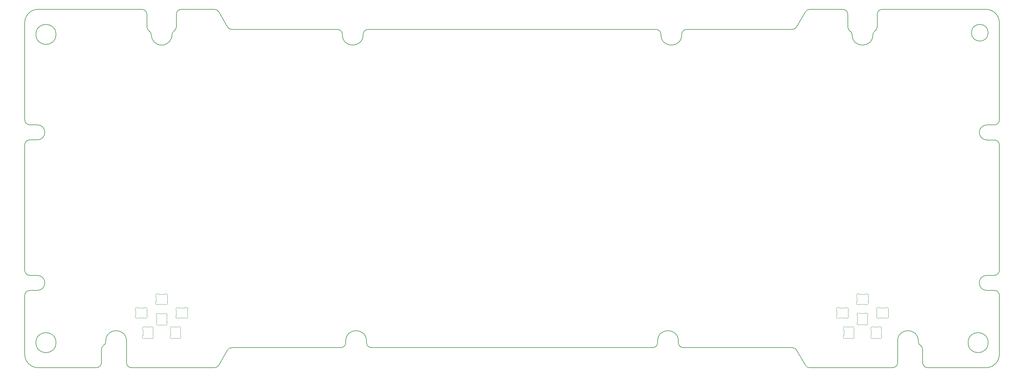
<source format=gbr>
%TF.GenerationSoftware,KiCad,Pcbnew,(7.0.0-0)*%
%TF.CreationDate,2023-06-03T23:25:33-07:00*%
%TF.ProjectId,popstar_plateless,706f7073-7461-4725-9f70-6c6174656c65,rev?*%
%TF.SameCoordinates,Original*%
%TF.FileFunction,Profile,NP*%
%FSLAX46Y46*%
G04 Gerber Fmt 4.6, Leading zero omitted, Abs format (unit mm)*
G04 Created by KiCad (PCBNEW (7.0.0-0)) date 2023-06-03 23:25:33*
%MOMM*%
%LPD*%
G01*
G04 APERTURE LIST*
%TA.AperFunction,Profile*%
%ADD10C,0.200000*%
%TD*%
%TA.AperFunction,Profile*%
%ADD11C,0.100000*%
%TD*%
G04 APERTURE END LIST*
D10*
X28924798Y-128974999D02*
G75*
G03*
X32924812Y-132975002I4000002J-1D01*
G01*
X318825000Y-105349963D02*
X316574998Y-105349963D01*
X123403919Y-126974917D02*
G75*
G03*
X124903917Y-125474897I-19J1500017D01*
G01*
X90847411Y-126974930D02*
G75*
G03*
X89548374Y-127724939I-11J-1499970D01*
G01*
X274999742Y-27275065D02*
X274999742Y-31020284D01*
X285299740Y-25775042D02*
G75*
G03*
X283799742Y-27275052I60J-1500058D01*
G01*
X66753451Y-33384437D02*
G75*
G03*
X72953449Y-33384435I3099999J-3D01*
G01*
X52552527Y-126272722D02*
G75*
G03*
X53156102Y-125175004I-696427J1097722D01*
G01*
X218145540Y-125474791D02*
X218145539Y-125000581D01*
X224345519Y-125474780D02*
G75*
G03*
X225845541Y-126974781I1499981J-20D01*
G01*
X283799742Y-27275052D02*
X283799742Y-31020285D01*
X225349994Y-33274982D02*
X225349994Y-33384519D01*
X53156102Y-125000470D02*
X53156102Y-125175004D01*
X63953442Y-25774971D02*
X32924868Y-25775007D01*
X320325085Y-29775018D02*
G75*
G03*
X316325044Y-25775015I-4000085J-82D01*
G01*
X123899518Y-33274984D02*
G75*
G03*
X122399506Y-31774982I-1500018J-16D01*
G01*
X259701350Y-127724734D02*
G75*
G03*
X258402301Y-126974743I-1298950J-749866D01*
G01*
X276299652Y-33384604D02*
G75*
G03*
X282499748Y-33384598I3100048J4D01*
G01*
X123899506Y-33384508D02*
X123899506Y-33274984D01*
X32674821Y-105349957D02*
X30424824Y-105349957D01*
X28924927Y-58824273D02*
G75*
G03*
X30424853Y-60324273I1499973J-27D01*
G01*
X296093323Y-125000628D02*
G75*
G03*
X289893323Y-125000628I-3100000J-2D01*
G01*
X318824995Y-109849963D02*
X316574998Y-109849963D01*
X273499740Y-25775065D02*
X263598031Y-25775077D01*
X73557015Y-32286711D02*
G75*
G03*
X72953449Y-33384435I696385J-1097689D01*
G01*
X258402301Y-126974743D02*
X225845541Y-126974781D01*
X320325025Y-66352623D02*
X320325000Y-103849964D01*
X30424819Y-109849959D02*
G75*
G03*
X28924819Y-111349956I1J-1500001D01*
G01*
X86950231Y-26524978D02*
G75*
G03*
X85651248Y-25774945I-1299031J-749922D01*
G01*
X219150018Y-33274982D02*
G75*
G03*
X217649984Y-31774982I-1499918J82D01*
G01*
X316575017Y-60352578D02*
G75*
G03*
X316575017Y-64852622I-17J-2250022D01*
G01*
X320324995Y-111349964D02*
X320324983Y-128974673D01*
X316970259Y-125475761D02*
G75*
G03*
X316970259Y-125475761I-3000004J0D01*
G01*
X263598031Y-25775117D02*
G75*
G03*
X262298993Y-26525080I-31J-1499983D01*
G01*
X320325049Y-29775018D02*
X320325030Y-58852623D01*
X263598465Y-132974732D02*
X288393325Y-132974703D01*
X219149984Y-33274982D02*
X219149984Y-33384525D01*
X51856098Y-131474982D02*
X51856098Y-127539325D01*
X318825030Y-60352630D02*
G75*
G03*
X320325030Y-58852623I-130J1500130D01*
G01*
X131103916Y-125474893D02*
X131103915Y-125000682D01*
X318825000Y-105350000D02*
G75*
G03*
X320325000Y-103849964I0J1500000D01*
G01*
X30424848Y-64824248D02*
G75*
G03*
X28924848Y-66324272I52J-1500052D01*
G01*
X298893320Y-132974691D02*
X316324988Y-132974670D01*
X86950288Y-26524945D02*
X89548385Y-31024983D01*
X38274727Y-33275696D02*
G75*
G03*
X38274727Y-33275696I-3000004J0D01*
G01*
X276299759Y-33384604D02*
G75*
G03*
X275696171Y-32286883I-1300159J-96D01*
G01*
X283103329Y-32286901D02*
G75*
G03*
X282499748Y-33384598I696371J-1097699D01*
G01*
X318825030Y-60352622D02*
X316575017Y-60352622D01*
X89548375Y-31024989D02*
G75*
G03*
X90847424Y-31774983I1299025J749989D01*
G01*
X32674851Y-64824267D02*
G75*
G03*
X32674851Y-60324273I-1J2249997D01*
G01*
X258401949Y-31774946D02*
G75*
G03*
X259700988Y-31024979I51J1499946D01*
G01*
X30424819Y-109849957D02*
X32674821Y-109849957D01*
X65453409Y-31020117D02*
G75*
G03*
X66149872Y-32286716I1499991J17D01*
G01*
X216645541Y-126974792D02*
X132603918Y-126974890D01*
X30424848Y-64824273D02*
X32674851Y-64824273D01*
X320325078Y-66352623D02*
G75*
G03*
X318825025Y-64852622I-1500078J-77D01*
G01*
X59356102Y-125000470D02*
G75*
G03*
X53156102Y-125000470I-3100000J-2D01*
G01*
X123899494Y-33384508D02*
G75*
G03*
X130099506Y-33384509I3100006J8D01*
G01*
X316575017Y-64852622D02*
X318825025Y-64852622D01*
X130099506Y-33274990D02*
X130099506Y-33384509D01*
X28924824Y-103849956D02*
X28924848Y-66324272D01*
X59356131Y-131474969D02*
G75*
G03*
X60856104Y-132974969I1499969J-31D01*
G01*
X90847424Y-31774983D02*
X122399506Y-31774982D01*
X316574998Y-105350037D02*
G75*
G03*
X316574998Y-109849963I2J-2249963D01*
G01*
X32924868Y-25775013D02*
G75*
G03*
X28924873Y-29775004I2J-3999997D01*
G01*
X131103910Y-125474893D02*
G75*
G03*
X132603918Y-126974890I1499990J-7D01*
G01*
X89548374Y-127724939D02*
X86950298Y-132224940D01*
X74253444Y-27274957D02*
X74253444Y-31020118D01*
X259700989Y-31024979D02*
X262298993Y-26525080D01*
X66753393Y-33384437D02*
G75*
G03*
X66149872Y-32286717I-1299993J37D01*
G01*
X316324988Y-132974583D02*
G75*
G03*
X320324983Y-128974673I12J3999983D01*
G01*
X28924807Y-128974999D02*
X28924819Y-111349956D01*
X131103885Y-125000682D02*
G75*
G03*
X124903915Y-125000701I-3099985J-18D01*
G01*
X296093323Y-125175036D02*
X296093323Y-125000628D01*
X289893323Y-125000628D02*
X289893323Y-131474703D01*
X262299409Y-132224745D02*
G75*
G03*
X263598465Y-132974732I1298991J749945D01*
G01*
X28924853Y-58824273D02*
X28924873Y-29775004D01*
X283103334Y-32286909D02*
G75*
G03*
X283799742Y-31020285I-803634J1266609D01*
G01*
X32924812Y-132975002D02*
X50356100Y-132974982D01*
X224345539Y-125000585D02*
X224345539Y-125474780D01*
X124903915Y-125000701D02*
X124903917Y-125474897D01*
X219150006Y-33384525D02*
G75*
G03*
X225349994Y-33384519I3099994J25D01*
G01*
X38274698Y-125475696D02*
G75*
G03*
X38274698Y-125475696I-2999996J0D01*
G01*
X296093328Y-125175036D02*
G75*
G03*
X296696892Y-126272754I1300072J36D01*
G01*
X226849994Y-31774894D02*
G75*
G03*
X225349994Y-33274982I6J-1500006D01*
G01*
X274999735Y-27275065D02*
G75*
G03*
X273499740Y-25775065I-1500035J-35D01*
G01*
X65453444Y-27274971D02*
X65453444Y-31020117D01*
X226849994Y-31774982D02*
X258401949Y-31774982D01*
X28924843Y-103849956D02*
G75*
G03*
X30424824Y-105349957I1499957J-44D01*
G01*
X274999737Y-31020284D02*
G75*
G03*
X275696171Y-32286882I1499963J-16D01*
G01*
X73557021Y-32286720D02*
G75*
G03*
X74253444Y-31020118I-803621J1266620D01*
G01*
X85651248Y-25774945D02*
X75753442Y-25774957D01*
X131599505Y-31775006D02*
G75*
G03*
X130099506Y-33274990I-5J-1499994D01*
G01*
X297393309Y-131474691D02*
G75*
G03*
X298893320Y-132974691I1499991J-9D01*
G01*
X316970277Y-32775762D02*
G75*
G03*
X316970277Y-32775762I-2500000J0D01*
G01*
X60856104Y-132974969D02*
X85651261Y-132974940D01*
X75753442Y-25775044D02*
G75*
G03*
X74253444Y-27274957I-42J-1499956D01*
G01*
X52552517Y-126272706D02*
G75*
G03*
X51856098Y-127539325I803583J-1266594D01*
G01*
X123403919Y-126974901D02*
X90847411Y-126974939D01*
X32674851Y-60324273D02*
X30424853Y-60324273D01*
X224345461Y-125000585D02*
G75*
G03*
X218145539Y-125000581I-3099961J-15D01*
G01*
X320325037Y-111349964D02*
G75*
G03*
X318824995Y-109849963I-1499937J64D01*
G01*
X297393312Y-127539351D02*
G75*
G03*
X296696892Y-126272755I-1499912J51D01*
G01*
X262299427Y-132224735D02*
X259701339Y-127724740D01*
X50356100Y-132974998D02*
G75*
G03*
X51856098Y-131474982I0J1499998D01*
G01*
X85651261Y-132974885D02*
G75*
G03*
X86950298Y-132224940I39J1499985D01*
G01*
X59356102Y-131474969D02*
X59356102Y-125000470D01*
X65453429Y-27274971D02*
G75*
G03*
X63953442Y-25774971I-1500029J-29D01*
G01*
X32674821Y-109849963D02*
G75*
G03*
X32674821Y-105349957I-1J2250003D01*
G01*
X217649984Y-31774982D02*
X131599505Y-31774982D01*
X288393325Y-132974623D02*
G75*
G03*
X289893323Y-131474703I-25J1500023D01*
G01*
X297393319Y-127539351D02*
X297393319Y-131474691D01*
X216645541Y-126974840D02*
G75*
G03*
X218145540Y-125474791I-41J1500040D01*
G01*
X316325044Y-25775015D02*
X285299740Y-25775052D01*
D11*
%TO.C,D12*%
X281099999Y-111797157D02*
X281099999Y-113202841D01*
X280194452Y-113999999D02*
X278605548Y-113999999D01*
X278605548Y-111000000D02*
X280194453Y-111000000D01*
X277700001Y-113202841D02*
X277700001Y-111797157D01*
X281100000Y-113202841D02*
G75*
G03*
X281149485Y-113419719I499989J-2D01*
G01*
X280446711Y-114068298D02*
G75*
G03*
X281149483Y-113419718I252259J431700D01*
G01*
X281149484Y-111580279D02*
G75*
G03*
X281099999Y-111797156I450505J-216876D01*
G01*
X281149484Y-111580279D02*
G75*
G03*
X280446711Y-110931701I-450514J216878D01*
G01*
X280194453Y-111000000D02*
G75*
G03*
X280446711Y-110931701I-3J500009D01*
G01*
X280446711Y-114068298D02*
G75*
G03*
X280194452Y-113999999I-252261J-431710D01*
G01*
X278353289Y-110931700D02*
G75*
G03*
X278605547Y-110999999I252261J431710D01*
G01*
X278605548Y-114000000D02*
G75*
G03*
X278353290Y-114068298I2J-500010D01*
G01*
X277650520Y-113419721D02*
G75*
G03*
X278353289Y-114068296I450510J-216879D01*
G01*
X277650516Y-113419719D02*
G75*
G03*
X277700001Y-113202842I-450866J216959D01*
G01*
X278353289Y-110931700D02*
G75*
G03*
X277650516Y-111580279I-252259J-431700D01*
G01*
X277699989Y-111797157D02*
G75*
G03*
X277650515Y-111580279I-500289J-43D01*
G01*
%TO.C,D1*%
X71549999Y-111797157D02*
X71549999Y-113202841D01*
X70644452Y-113999999D02*
X69055548Y-113999999D01*
X69055548Y-111000000D02*
X70644453Y-111000000D01*
X68150001Y-113202841D02*
X68150001Y-111797157D01*
X71550000Y-113202841D02*
G75*
G03*
X71599485Y-113419719I499989J-2D01*
G01*
X70896711Y-114068298D02*
G75*
G03*
X71599483Y-113419718I252259J431700D01*
G01*
X71599484Y-111580279D02*
G75*
G03*
X71549999Y-111797156I450505J-216876D01*
G01*
X71599484Y-111580279D02*
G75*
G03*
X70896711Y-110931701I-450514J216878D01*
G01*
X70644453Y-111000000D02*
G75*
G03*
X70896711Y-110931701I-3J500009D01*
G01*
X70896711Y-114068298D02*
G75*
G03*
X70644452Y-113999999I-252261J-431710D01*
G01*
X68803289Y-110931700D02*
G75*
G03*
X69055547Y-110999999I252261J431710D01*
G01*
X69055548Y-114000000D02*
G75*
G03*
X68803290Y-114068298I2J-500010D01*
G01*
X68100520Y-113419721D02*
G75*
G03*
X68803289Y-114068296I450510J-216879D01*
G01*
X68100516Y-113419719D02*
G75*
G03*
X68150001Y-113202842I-450866J216959D01*
G01*
X68803289Y-110931700D02*
G75*
G03*
X68100516Y-111580279I-252259J-431700D01*
G01*
X68149989Y-111797157D02*
G75*
G03*
X68100515Y-111580279I-500289J-43D01*
G01*
%TO.C,D2*%
X65449999Y-115897157D02*
X65449999Y-117302841D01*
X64544452Y-118099999D02*
X62955548Y-118099999D01*
X62955548Y-115100000D02*
X64544453Y-115100000D01*
X62050001Y-117302841D02*
X62050001Y-115897157D01*
X65450000Y-117302841D02*
G75*
G03*
X65499485Y-117519719I499989J-2D01*
G01*
X64796711Y-118168298D02*
G75*
G03*
X65499483Y-117519718I252259J431700D01*
G01*
X65499484Y-115680279D02*
G75*
G03*
X65449999Y-115897156I450505J-216876D01*
G01*
X65499484Y-115680279D02*
G75*
G03*
X64796711Y-115031701I-450514J216878D01*
G01*
X64544453Y-115100000D02*
G75*
G03*
X64796711Y-115031701I-3J500009D01*
G01*
X64796711Y-118168298D02*
G75*
G03*
X64544452Y-118099999I-252261J-431710D01*
G01*
X62703289Y-115031700D02*
G75*
G03*
X62955547Y-115099999I252261J431710D01*
G01*
X62955548Y-118100000D02*
G75*
G03*
X62703290Y-118168298I2J-500010D01*
G01*
X62000520Y-117519721D02*
G75*
G03*
X62703289Y-118168296I450510J-216879D01*
G01*
X62000516Y-117519719D02*
G75*
G03*
X62050001Y-117302842I-450866J216959D01*
G01*
X62703289Y-115031700D02*
G75*
G03*
X62000516Y-115680279I-252259J-431700D01*
G01*
X62049989Y-115897157D02*
G75*
G03*
X62000515Y-115680279I-500289J-43D01*
G01*
%TO.C,D4*%
X74702843Y-124199999D02*
X73297159Y-124199999D01*
X72500001Y-123294452D02*
X72500001Y-121705548D01*
X75500000Y-121705548D02*
X75500000Y-123294453D01*
X73297159Y-120800001D02*
X74702843Y-120800001D01*
X73297159Y-124200000D02*
G75*
G03*
X73080281Y-124249485I-2J-499989D01*
G01*
X72431702Y-123546711D02*
G75*
G03*
X73080282Y-124249483I431700J-252259D01*
G01*
X74919721Y-124249484D02*
G75*
G03*
X74702844Y-124199999I-216876J-450505D01*
G01*
X74919721Y-124249484D02*
G75*
G03*
X75568299Y-123546711I216878J450514D01*
G01*
X75500000Y-123294453D02*
G75*
G03*
X75568299Y-123546711I500009J3D01*
G01*
X72431702Y-123546711D02*
G75*
G03*
X72500001Y-123294452I-431710J252261D01*
G01*
X75568300Y-121453289D02*
G75*
G03*
X75500001Y-121705547I431710J-252261D01*
G01*
X72500000Y-121705548D02*
G75*
G03*
X72431702Y-121453290I-500010J-2D01*
G01*
X73080279Y-120750520D02*
G75*
G03*
X72431704Y-121453289I-216879J-450510D01*
G01*
X73080281Y-120750516D02*
G75*
G03*
X73297158Y-120800001I216959J450866D01*
G01*
X75568300Y-121453289D02*
G75*
G03*
X74919721Y-120750516I-431700J252259D01*
G01*
X74702843Y-120799989D02*
G75*
G03*
X74919721Y-120750515I-43J500289D01*
G01*
%TO.C,D5*%
X74200001Y-117302843D02*
X74200001Y-115897159D01*
X75105548Y-115100001D02*
X76694452Y-115100001D01*
X76694452Y-118100000D02*
X75105547Y-118100000D01*
X77599999Y-115897159D02*
X77599999Y-117302843D01*
X74200000Y-115897159D02*
G75*
G03*
X74150515Y-115680281I-499989J2D01*
G01*
X74853289Y-115031702D02*
G75*
G03*
X74150517Y-115680282I-252259J-431700D01*
G01*
X74150516Y-117519721D02*
G75*
G03*
X74200001Y-117302844I-450505J216876D01*
G01*
X74150516Y-117519721D02*
G75*
G03*
X74853289Y-118168299I450514J-216878D01*
G01*
X75105547Y-118100000D02*
G75*
G03*
X74853289Y-118168299I3J-500009D01*
G01*
X74853289Y-115031702D02*
G75*
G03*
X75105548Y-115100001I252261J431710D01*
G01*
X76946711Y-118168300D02*
G75*
G03*
X76694453Y-118100001I-252261J-431710D01*
G01*
X76694452Y-115100000D02*
G75*
G03*
X76946710Y-115031702I-2J500010D01*
G01*
X77649480Y-115680279D02*
G75*
G03*
X76946711Y-115031704I-450510J216879D01*
G01*
X77649484Y-115680281D02*
G75*
G03*
X77599999Y-115897158I450866J-216959D01*
G01*
X76946711Y-118168300D02*
G75*
G03*
X77649484Y-117519721I252259J431700D01*
G01*
X77600011Y-117302843D02*
G75*
G03*
X77649485Y-117519721I500289J43D01*
G01*
%TO.C,D8*%
X274597157Y-120800001D02*
X276002841Y-120800001D01*
X276799999Y-121705548D02*
X276799999Y-123294452D01*
X273800000Y-123294452D02*
X273800000Y-121705547D01*
X276002841Y-124199999D02*
X274597157Y-124199999D01*
X276002841Y-120800000D02*
G75*
G03*
X276219719Y-120750515I2J499989D01*
G01*
X276868298Y-121453289D02*
G75*
G03*
X276219718Y-120750517I-431700J252259D01*
G01*
X274380279Y-120750516D02*
G75*
G03*
X274597156Y-120800001I216876J450505D01*
G01*
X274380279Y-120750516D02*
G75*
G03*
X273731701Y-121453289I-216878J-450514D01*
G01*
X273800000Y-121705547D02*
G75*
G03*
X273731701Y-121453289I-500009J-3D01*
G01*
X276868298Y-121453289D02*
G75*
G03*
X276799999Y-121705548I431710J-252261D01*
G01*
X273731700Y-123546711D02*
G75*
G03*
X273799999Y-123294453I-431710J252261D01*
G01*
X276800000Y-123294452D02*
G75*
G03*
X276868298Y-123546710I500010J2D01*
G01*
X276219721Y-124249480D02*
G75*
G03*
X276868296Y-123546711I216879J450510D01*
G01*
X276219719Y-124249484D02*
G75*
G03*
X276002842Y-124199999I-216959J-450866D01*
G01*
X273731700Y-123546711D02*
G75*
G03*
X274380279Y-124249484I431700J-252259D01*
G01*
X274597157Y-124200011D02*
G75*
G03*
X274380279Y-124249485I43J-500289D01*
G01*
%TO.C,D7*%
X275099999Y-115897157D02*
X275099999Y-117302841D01*
X274194452Y-118099999D02*
X272605548Y-118099999D01*
X272605548Y-115100000D02*
X274194453Y-115100000D01*
X271700001Y-117302841D02*
X271700001Y-115897157D01*
X275100000Y-117302841D02*
G75*
G03*
X275149485Y-117519719I499989J-2D01*
G01*
X274446711Y-118168298D02*
G75*
G03*
X275149483Y-117519718I252259J431700D01*
G01*
X275149484Y-115680279D02*
G75*
G03*
X275099999Y-115897156I450505J-216876D01*
G01*
X275149484Y-115680279D02*
G75*
G03*
X274446711Y-115031701I-450514J216878D01*
G01*
X274194453Y-115100000D02*
G75*
G03*
X274446711Y-115031701I-3J500009D01*
G01*
X274446711Y-118168298D02*
G75*
G03*
X274194452Y-118099999I-252261J-431710D01*
G01*
X272353289Y-115031700D02*
G75*
G03*
X272605547Y-115099999I252261J431710D01*
G01*
X272605548Y-118100000D02*
G75*
G03*
X272353290Y-118168298I2J-500010D01*
G01*
X271650520Y-117519721D02*
G75*
G03*
X272353289Y-118168296I450510J-216879D01*
G01*
X271650516Y-117519719D02*
G75*
G03*
X271700001Y-117302842I-450866J216959D01*
G01*
X272353289Y-115031700D02*
G75*
G03*
X271650516Y-115680279I-252259J-431700D01*
G01*
X271699989Y-115897157D02*
G75*
G03*
X271650515Y-115680279I-500289J-43D01*
G01*
%TO.C,D11*%
X278697157Y-116700001D02*
X280102841Y-116700001D01*
X280899999Y-117605548D02*
X280899999Y-119194452D01*
X277900000Y-119194452D02*
X277900000Y-117605547D01*
X280102841Y-120099999D02*
X278697157Y-120099999D01*
X280102841Y-116700000D02*
G75*
G03*
X280319719Y-116650515I2J499989D01*
G01*
X280968298Y-117353289D02*
G75*
G03*
X280319718Y-116650517I-431700J252259D01*
G01*
X278480279Y-116650516D02*
G75*
G03*
X278697156Y-116700001I216876J450505D01*
G01*
X278480279Y-116650516D02*
G75*
G03*
X277831701Y-117353289I-216878J-450514D01*
G01*
X277900000Y-117605547D02*
G75*
G03*
X277831701Y-117353289I-500009J-3D01*
G01*
X280968298Y-117353289D02*
G75*
G03*
X280899999Y-117605548I431710J-252261D01*
G01*
X277831700Y-119446711D02*
G75*
G03*
X277899999Y-119194453I-431710J252261D01*
G01*
X280900000Y-119194452D02*
G75*
G03*
X280968298Y-119446710I500010J2D01*
G01*
X280319721Y-120149480D02*
G75*
G03*
X280968296Y-119446711I216879J450510D01*
G01*
X280319719Y-120149484D02*
G75*
G03*
X280102842Y-120099999I-216959J-450866D01*
G01*
X277831700Y-119446711D02*
G75*
G03*
X278480279Y-120149484I431700J-252259D01*
G01*
X278697157Y-120100011D02*
G75*
G03*
X278480279Y-120149485I43J-500289D01*
G01*
%TO.C,D3*%
X65047157Y-120800001D02*
X66452841Y-120800001D01*
X67249999Y-121705548D02*
X67249999Y-123294452D01*
X64250000Y-123294452D02*
X64250000Y-121705547D01*
X66452841Y-124199999D02*
X65047157Y-124199999D01*
X66452841Y-120800000D02*
G75*
G03*
X66669719Y-120750515I2J499989D01*
G01*
X67318298Y-121453289D02*
G75*
G03*
X66669718Y-120750517I-431700J252259D01*
G01*
X64830279Y-120750516D02*
G75*
G03*
X65047156Y-120800001I216876J450505D01*
G01*
X64830279Y-120750516D02*
G75*
G03*
X64181701Y-121453289I-216878J-450514D01*
G01*
X64250000Y-121705547D02*
G75*
G03*
X64181701Y-121453289I-500009J-3D01*
G01*
X67318298Y-121453289D02*
G75*
G03*
X67249999Y-121705548I431710J-252261D01*
G01*
X64181700Y-123546711D02*
G75*
G03*
X64249999Y-123294453I-431710J252261D01*
G01*
X67250000Y-123294452D02*
G75*
G03*
X67318298Y-123546710I500010J2D01*
G01*
X66669721Y-124249480D02*
G75*
G03*
X67318296Y-123546711I216879J450510D01*
G01*
X66669719Y-124249484D02*
G75*
G03*
X66452842Y-124199999I-216959J-450866D01*
G01*
X64181700Y-123546711D02*
G75*
G03*
X64830279Y-124249484I431700J-252259D01*
G01*
X65047157Y-124200011D02*
G75*
G03*
X64830279Y-124249485I43J-500289D01*
G01*
%TO.C,D10*%
X283700001Y-117302843D02*
X283700001Y-115897159D01*
X284605548Y-115100001D02*
X286194452Y-115100001D01*
X286194452Y-118100000D02*
X284605547Y-118100000D01*
X287099999Y-115897159D02*
X287099999Y-117302843D01*
X283700000Y-115897159D02*
G75*
G03*
X283650515Y-115680281I-499989J2D01*
G01*
X284353289Y-115031702D02*
G75*
G03*
X283650517Y-115680282I-252259J-431700D01*
G01*
X283650516Y-117519721D02*
G75*
G03*
X283700001Y-117302844I-450505J216876D01*
G01*
X283650516Y-117519721D02*
G75*
G03*
X284353289Y-118168299I450514J-216878D01*
G01*
X284605547Y-118100000D02*
G75*
G03*
X284353289Y-118168299I3J-500009D01*
G01*
X284353289Y-115031702D02*
G75*
G03*
X284605548Y-115100001I252261J431710D01*
G01*
X286446711Y-118168300D02*
G75*
G03*
X286194453Y-118100001I-252261J-431710D01*
G01*
X286194452Y-115100000D02*
G75*
G03*
X286446710Y-115031702I-2J500010D01*
G01*
X287149480Y-115680279D02*
G75*
G03*
X286446711Y-115031704I-450510J216879D01*
G01*
X287149484Y-115680281D02*
G75*
G03*
X287099999Y-115897158I450866J-216959D01*
G01*
X286446711Y-118168300D02*
G75*
G03*
X287149484Y-117519721I252259J431700D01*
G01*
X287100011Y-117302843D02*
G75*
G03*
X287149485Y-117519721I500289J43D01*
G01*
%TO.C,D6*%
X69172157Y-116800001D02*
X70577841Y-116800001D01*
X71374999Y-117705548D02*
X71374999Y-119294452D01*
X68375000Y-119294452D02*
X68375000Y-117705547D01*
X70577841Y-120199999D02*
X69172157Y-120199999D01*
X70577841Y-116800000D02*
G75*
G03*
X70794719Y-116750515I2J499989D01*
G01*
X71443298Y-117453289D02*
G75*
G03*
X70794718Y-116750517I-431700J252259D01*
G01*
X68955279Y-116750516D02*
G75*
G03*
X69172156Y-116800001I216876J450505D01*
G01*
X68955279Y-116750516D02*
G75*
G03*
X68306701Y-117453289I-216878J-450514D01*
G01*
X68375000Y-117705547D02*
G75*
G03*
X68306701Y-117453289I-500009J-3D01*
G01*
X71443298Y-117453289D02*
G75*
G03*
X71374999Y-117705548I431710J-252261D01*
G01*
X68306700Y-119546711D02*
G75*
G03*
X68374999Y-119294453I-431710J252261D01*
G01*
X71375000Y-119294452D02*
G75*
G03*
X71443298Y-119546710I500010J2D01*
G01*
X70794721Y-120249480D02*
G75*
G03*
X71443296Y-119546711I216879J450510D01*
G01*
X70794719Y-120249484D02*
G75*
G03*
X70577842Y-120199999I-216959J-450866D01*
G01*
X68306700Y-119546711D02*
G75*
G03*
X68955279Y-120249484I431700J-252259D01*
G01*
X69172157Y-120200011D02*
G75*
G03*
X68955279Y-120249485I43J-500289D01*
G01*
%TO.C,D9*%
X284202843Y-124199999D02*
X282797159Y-124199999D01*
X282000001Y-123294452D02*
X282000001Y-121705548D01*
X285000000Y-121705548D02*
X285000000Y-123294453D01*
X282797159Y-120800001D02*
X284202843Y-120800001D01*
X282797159Y-124200000D02*
G75*
G03*
X282580281Y-124249485I-2J-499989D01*
G01*
X281931702Y-123546711D02*
G75*
G03*
X282580282Y-124249483I431700J-252259D01*
G01*
X284419721Y-124249484D02*
G75*
G03*
X284202844Y-124199999I-216876J-450505D01*
G01*
X284419721Y-124249484D02*
G75*
G03*
X285068299Y-123546711I216878J450514D01*
G01*
X285000000Y-123294453D02*
G75*
G03*
X285068299Y-123546711I500009J3D01*
G01*
X281931702Y-123546711D02*
G75*
G03*
X282000001Y-123294452I-431710J252261D01*
G01*
X285068300Y-121453289D02*
G75*
G03*
X285000001Y-121705547I431710J-252261D01*
G01*
X282000000Y-121705548D02*
G75*
G03*
X281931702Y-121453290I-500010J-2D01*
G01*
X282580279Y-120750520D02*
G75*
G03*
X281931704Y-121453289I-216879J-450510D01*
G01*
X282580281Y-120750516D02*
G75*
G03*
X282797158Y-120800001I216959J450866D01*
G01*
X285068300Y-121453289D02*
G75*
G03*
X284419721Y-120750516I-431700J252259D01*
G01*
X284202843Y-120799989D02*
G75*
G03*
X284419721Y-120750515I-43J500289D01*
G01*
%TD*%
M02*

</source>
